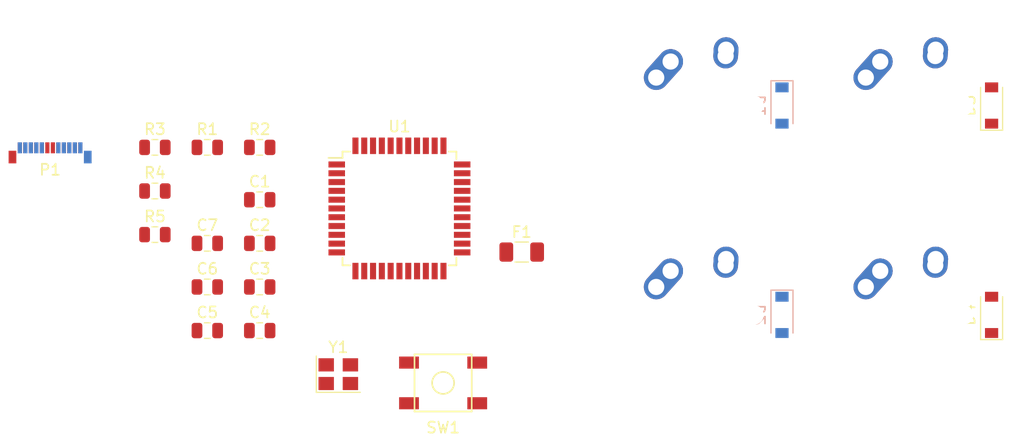
<source format=kicad_pcb>
(kicad_pcb (version 20171130) (host pcbnew "(5.1.4)-1")

  (general
    (thickness 1.6)
    (drawings 0)
    (tracks 0)
    (zones 0)
    (modules 25)
    (nets 55)
  )

  (page A4)
  (layers
    (0 F.Cu signal)
    (31 B.Cu signal)
    (32 B.Adhes user)
    (33 F.Adhes user)
    (34 B.Paste user)
    (35 F.Paste user)
    (36 B.SilkS user)
    (37 F.SilkS user)
    (38 B.Mask user)
    (39 F.Mask user)
    (40 Dwgs.User user)
    (41 Cmts.User user)
    (42 Eco1.User user)
    (43 Eco2.User user)
    (44 Edge.Cuts user)
    (45 Margin user)
    (46 B.CrtYd user)
    (47 F.CrtYd user)
    (48 B.Fab user)
    (49 F.Fab user)
  )

  (setup
    (last_trace_width 0.25)
    (trace_clearance 0.2)
    (zone_clearance 0.508)
    (zone_45_only no)
    (trace_min 0.2)
    (via_size 0.8)
    (via_drill 0.4)
    (via_min_size 0.4)
    (via_min_drill 0.3)
    (uvia_size 0.3)
    (uvia_drill 0.1)
    (uvias_allowed no)
    (uvia_min_size 0.2)
    (uvia_min_drill 0.1)
    (edge_width 0.05)
    (segment_width 0.2)
    (pcb_text_width 0.3)
    (pcb_text_size 1.5 1.5)
    (mod_edge_width 0.12)
    (mod_text_size 1 1)
    (mod_text_width 0.15)
    (pad_size 1.524 1.524)
    (pad_drill 0.762)
    (pad_to_mask_clearance 0.051)
    (solder_mask_min_width 0.25)
    (aux_axis_origin 0 0)
    (visible_elements FFFFFF7F)
    (pcbplotparams
      (layerselection 0x010fc_ffffffff)
      (usegerberextensions false)
      (usegerberattributes false)
      (usegerberadvancedattributes false)
      (creategerberjobfile false)
      (excludeedgelayer true)
      (linewidth 0.100000)
      (plotframeref false)
      (viasonmask false)
      (mode 1)
      (useauxorigin false)
      (hpglpennumber 1)
      (hpglpenspeed 20)
      (hpglpendiameter 15.000000)
      (psnegative false)
      (psa4output false)
      (plotreference true)
      (plotvalue true)
      (plotinvisibletext false)
      (padsonsilk false)
      (subtractmaskfromsilk false)
      (outputformat 1)
      (mirror false)
      (drillshape 1)
      (scaleselection 1)
      (outputdirectory ""))
  )

  (net 0 "")
  (net 1 GND)
  (net 2 +5V)
  (net 3 "Net-(C3-Pad1)")
  (net 4 "Net-(C4-Pad1)")
  (net 5 "Net-(C7-Pad1)")
  (net 6 "Net-(D1-Pad2)")
  (net 7 ROW0)
  (net 8 "Net-(D2-Pad2)")
  (net 9 ROW1)
  (net 10 "Net-(D3-Pad2)")
  (net 11 "Net-(D4-Pad2)")
  (net 12 VCC)
  (net 13 COL0)
  (net 14 COL1)
  (net 15 "Net-(P1-PadB11)")
  (net 16 "Net-(P1-PadB10)")
  (net 17 "Net-(P1-PadB8)")
  (net 18 "Net-(P1-PadB5)")
  (net 19 "Net-(P1-PadB3)")
  (net 20 "Net-(P1-PadB2)")
  (net 21 "Net-(P1-PadA11)")
  (net 22 "Net-(P1-PadA10)")
  (net 23 "Net-(P1-PadA8)")
  (net 24 D-)
  (net 25 D+)
  (net 26 "Net-(P1-PadA5)")
  (net 27 "Net-(P1-PadA3)")
  (net 28 "Net-(P1-PadA2)")
  (net 29 "Net-(R1-Pad1)")
  (net 30 "Net-(R2-Pad1)")
  (net 31 "Net-(R3-Pad2)")
  (net 32 "Net-(R4-Pad2)")
  (net 33 "Net-(U1-Pad42)")
  (net 34 "Net-(U1-Pad41)")
  (net 35 "Net-(U1-Pad40)")
  (net 36 "Net-(U1-Pad39)")
  (net 37 "Net-(U1-Pad38)")
  (net 38 "Net-(U1-Pad37)")
  (net 39 "Net-(U1-Pad36)")
  (net 40 "Net-(U1-Pad32)")
  (net 41 "Net-(U1-Pad31)")
  (net 42 "Net-(U1-Pad26)")
  (net 43 "Net-(U1-Pad25)")
  (net 44 "Net-(U1-Pad22)")
  (net 45 "Net-(U1-Pad21)")
  (net 46 "Net-(U1-Pad20)")
  (net 47 "Net-(U1-Pad19)")
  (net 48 "Net-(U1-Pad18)")
  (net 49 "Net-(U1-Pad12)")
  (net 50 "Net-(U1-Pad11)")
  (net 51 "Net-(U1-Pad10)")
  (net 52 "Net-(U1-Pad9)")
  (net 53 "Net-(U1-Pad8)")
  (net 54 "Net-(U1-Pad1)")

  (net_class Default "This is the default net class."
    (clearance 0.2)
    (trace_width 0.25)
    (via_dia 0.8)
    (via_drill 0.4)
    (uvia_dia 0.3)
    (uvia_drill 0.1)
    (add_net +5V)
    (add_net COL0)
    (add_net COL1)
    (add_net D+)
    (add_net D-)
    (add_net GND)
    (add_net "Net-(C3-Pad1)")
    (add_net "Net-(C4-Pad1)")
    (add_net "Net-(C7-Pad1)")
    (add_net "Net-(D1-Pad2)")
    (add_net "Net-(D2-Pad2)")
    (add_net "Net-(D3-Pad2)")
    (add_net "Net-(D4-Pad2)")
    (add_net "Net-(P1-PadA10)")
    (add_net "Net-(P1-PadA11)")
    (add_net "Net-(P1-PadA2)")
    (add_net "Net-(P1-PadA3)")
    (add_net "Net-(P1-PadA5)")
    (add_net "Net-(P1-PadA8)")
    (add_net "Net-(P1-PadB10)")
    (add_net "Net-(P1-PadB11)")
    (add_net "Net-(P1-PadB2)")
    (add_net "Net-(P1-PadB3)")
    (add_net "Net-(P1-PadB5)")
    (add_net "Net-(P1-PadB8)")
    (add_net "Net-(R1-Pad1)")
    (add_net "Net-(R2-Pad1)")
    (add_net "Net-(R3-Pad2)")
    (add_net "Net-(R4-Pad2)")
    (add_net "Net-(U1-Pad1)")
    (add_net "Net-(U1-Pad10)")
    (add_net "Net-(U1-Pad11)")
    (add_net "Net-(U1-Pad12)")
    (add_net "Net-(U1-Pad18)")
    (add_net "Net-(U1-Pad19)")
    (add_net "Net-(U1-Pad20)")
    (add_net "Net-(U1-Pad21)")
    (add_net "Net-(U1-Pad22)")
    (add_net "Net-(U1-Pad25)")
    (add_net "Net-(U1-Pad26)")
    (add_net "Net-(U1-Pad31)")
    (add_net "Net-(U1-Pad32)")
    (add_net "Net-(U1-Pad36)")
    (add_net "Net-(U1-Pad37)")
    (add_net "Net-(U1-Pad38)")
    (add_net "Net-(U1-Pad39)")
    (add_net "Net-(U1-Pad40)")
    (add_net "Net-(U1-Pad41)")
    (add_net "Net-(U1-Pad42)")
    (add_net "Net-(U1-Pad8)")
    (add_net "Net-(U1-Pad9)")
    (add_net ROW0)
    (add_net ROW1)
    (add_net VCC)
  )

  (module Crystal:Crystal_SMD_3225-4Pin_3.2x2.5mm (layer F.Cu) (tedit 5A0FD1B2) (tstamp 5FDB26B3)
    (at 128.5875 134.9375)
    (descr "SMD Crystal SERIES SMD3225/4 http://www.txccrystal.com/images/pdf/7m-accuracy.pdf, 3.2x2.5mm^2 package")
    (tags "SMD SMT crystal")
    (path /5FDC7E5C)
    (attr smd)
    (fp_text reference Y1 (at 0 -2.45) (layer F.SilkS)
      (effects (font (size 1 1) (thickness 0.15)))
    )
    (fp_text value Crystal_GND24_Small (at 0 2.45) (layer F.Fab)
      (effects (font (size 1 1) (thickness 0.15)))
    )
    (fp_line (start 2.1 -1.7) (end -2.1 -1.7) (layer F.CrtYd) (width 0.05))
    (fp_line (start 2.1 1.7) (end 2.1 -1.7) (layer F.CrtYd) (width 0.05))
    (fp_line (start -2.1 1.7) (end 2.1 1.7) (layer F.CrtYd) (width 0.05))
    (fp_line (start -2.1 -1.7) (end -2.1 1.7) (layer F.CrtYd) (width 0.05))
    (fp_line (start -2 1.65) (end 2 1.65) (layer F.SilkS) (width 0.12))
    (fp_line (start -2 -1.65) (end -2 1.65) (layer F.SilkS) (width 0.12))
    (fp_line (start -1.6 0.25) (end -0.6 1.25) (layer F.Fab) (width 0.1))
    (fp_line (start 1.6 -1.25) (end -1.6 -1.25) (layer F.Fab) (width 0.1))
    (fp_line (start 1.6 1.25) (end 1.6 -1.25) (layer F.Fab) (width 0.1))
    (fp_line (start -1.6 1.25) (end 1.6 1.25) (layer F.Fab) (width 0.1))
    (fp_line (start -1.6 -1.25) (end -1.6 1.25) (layer F.Fab) (width 0.1))
    (fp_text user %R (at 0 0) (layer F.Fab)
      (effects (font (size 0.7 0.7) (thickness 0.105)))
    )
    (pad 4 smd rect (at -1.1 -0.85) (size 1.4 1.2) (layers F.Cu F.Paste F.Mask)
      (net 1 GND))
    (pad 3 smd rect (at 1.1 -0.85) (size 1.4 1.2) (layers F.Cu F.Paste F.Mask)
      (net 4 "Net-(C4-Pad1)"))
    (pad 2 smd rect (at 1.1 0.85) (size 1.4 1.2) (layers F.Cu F.Paste F.Mask)
      (net 1 GND))
    (pad 1 smd rect (at -1.1 0.85) (size 1.4 1.2) (layers F.Cu F.Paste F.Mask)
      (net 3 "Net-(C3-Pad1)"))
    (model ${KISYS3DMOD}/Crystal.3dshapes/Crystal_SMD_3225-4Pin_3.2x2.5mm.wrl
      (at (xyz 0 0 0))
      (scale (xyz 1 1 1))
      (rotate (xyz 0 0 0))
    )
  )

  (module Package_QFP:TQFP-44_10x10mm_P0.8mm (layer F.Cu) (tedit 5A02F146) (tstamp 5FDB269F)
    (at 134.14375 119.85625)
    (descr "44-Lead Plastic Thin Quad Flatpack (PT) - 10x10x1.0 mm Body [TQFP] (see Microchip Packaging Specification 00000049BS.pdf)")
    (tags "QFP 0.8")
    (path /5FDAAE89)
    (attr smd)
    (fp_text reference U1 (at 0 -7.45) (layer F.SilkS)
      (effects (font (size 1 1) (thickness 0.15)))
    )
    (fp_text value ATmega32U4-AU (at 0 7.45) (layer F.Fab)
      (effects (font (size 1 1) (thickness 0.15)))
    )
    (fp_line (start -5.175 -4.6) (end -6.45 -4.6) (layer F.SilkS) (width 0.15))
    (fp_line (start 5.175 -5.175) (end 4.5 -5.175) (layer F.SilkS) (width 0.15))
    (fp_line (start 5.175 5.175) (end 4.5 5.175) (layer F.SilkS) (width 0.15))
    (fp_line (start -5.175 5.175) (end -4.5 5.175) (layer F.SilkS) (width 0.15))
    (fp_line (start -5.175 -5.175) (end -4.5 -5.175) (layer F.SilkS) (width 0.15))
    (fp_line (start -5.175 5.175) (end -5.175 4.5) (layer F.SilkS) (width 0.15))
    (fp_line (start 5.175 5.175) (end 5.175 4.5) (layer F.SilkS) (width 0.15))
    (fp_line (start 5.175 -5.175) (end 5.175 -4.5) (layer F.SilkS) (width 0.15))
    (fp_line (start -5.175 -5.175) (end -5.175 -4.6) (layer F.SilkS) (width 0.15))
    (fp_line (start -6.7 6.7) (end 6.7 6.7) (layer F.CrtYd) (width 0.05))
    (fp_line (start -6.7 -6.7) (end 6.7 -6.7) (layer F.CrtYd) (width 0.05))
    (fp_line (start 6.7 -6.7) (end 6.7 6.7) (layer F.CrtYd) (width 0.05))
    (fp_line (start -6.7 -6.7) (end -6.7 6.7) (layer F.CrtYd) (width 0.05))
    (fp_line (start -5 -4) (end -4 -5) (layer F.Fab) (width 0.15))
    (fp_line (start -5 5) (end -5 -4) (layer F.Fab) (width 0.15))
    (fp_line (start 5 5) (end -5 5) (layer F.Fab) (width 0.15))
    (fp_line (start 5 -5) (end 5 5) (layer F.Fab) (width 0.15))
    (fp_line (start -4 -5) (end 5 -5) (layer F.Fab) (width 0.15))
    (fp_text user %R (at 0 0) (layer F.Fab)
      (effects (font (size 1 1) (thickness 0.15)))
    )
    (pad 44 smd rect (at -4 -5.7 90) (size 1.5 0.55) (layers F.Cu F.Paste F.Mask)
      (net 2 +5V))
    (pad 43 smd rect (at -3.2 -5.7 90) (size 1.5 0.55) (layers F.Cu F.Paste F.Mask)
      (net 1 GND))
    (pad 42 smd rect (at -2.4 -5.7 90) (size 1.5 0.55) (layers F.Cu F.Paste F.Mask)
      (net 33 "Net-(U1-Pad42)"))
    (pad 41 smd rect (at -1.6 -5.7 90) (size 1.5 0.55) (layers F.Cu F.Paste F.Mask)
      (net 34 "Net-(U1-Pad41)"))
    (pad 40 smd rect (at -0.8 -5.7 90) (size 1.5 0.55) (layers F.Cu F.Paste F.Mask)
      (net 35 "Net-(U1-Pad40)"))
    (pad 39 smd rect (at 0 -5.7 90) (size 1.5 0.55) (layers F.Cu F.Paste F.Mask)
      (net 36 "Net-(U1-Pad39)"))
    (pad 38 smd rect (at 0.8 -5.7 90) (size 1.5 0.55) (layers F.Cu F.Paste F.Mask)
      (net 37 "Net-(U1-Pad38)"))
    (pad 37 smd rect (at 1.6 -5.7 90) (size 1.5 0.55) (layers F.Cu F.Paste F.Mask)
      (net 38 "Net-(U1-Pad37)"))
    (pad 36 smd rect (at 2.4 -5.7 90) (size 1.5 0.55) (layers F.Cu F.Paste F.Mask)
      (net 39 "Net-(U1-Pad36)"))
    (pad 35 smd rect (at 3.2 -5.7 90) (size 1.5 0.55) (layers F.Cu F.Paste F.Mask)
      (net 1 GND))
    (pad 34 smd rect (at 4 -5.7 90) (size 1.5 0.55) (layers F.Cu F.Paste F.Mask)
      (net 2 +5V))
    (pad 33 smd rect (at 5.7 -4) (size 1.5 0.55) (layers F.Cu F.Paste F.Mask)
      (net 32 "Net-(R4-Pad2)"))
    (pad 32 smd rect (at 5.7 -3.2) (size 1.5 0.55) (layers F.Cu F.Paste F.Mask)
      (net 40 "Net-(U1-Pad32)"))
    (pad 31 smd rect (at 5.7 -2.4) (size 1.5 0.55) (layers F.Cu F.Paste F.Mask)
      (net 41 "Net-(U1-Pad31)"))
    (pad 30 smd rect (at 5.7 -1.6) (size 1.5 0.55) (layers F.Cu F.Paste F.Mask)
      (net 9 ROW1))
    (pad 29 smd rect (at 5.7 -0.8) (size 1.5 0.55) (layers F.Cu F.Paste F.Mask)
      (net 9 ROW1))
    (pad 28 smd rect (at 5.7 0) (size 1.5 0.55) (layers F.Cu F.Paste F.Mask)
      (net 7 ROW0))
    (pad 27 smd rect (at 5.7 0.8) (size 1.5 0.55) (layers F.Cu F.Paste F.Mask)
      (net 7 ROW0))
    (pad 26 smd rect (at 5.7 1.6) (size 1.5 0.55) (layers F.Cu F.Paste F.Mask)
      (net 42 "Net-(U1-Pad26)"))
    (pad 25 smd rect (at 5.7 2.4) (size 1.5 0.55) (layers F.Cu F.Paste F.Mask)
      (net 43 "Net-(U1-Pad25)"))
    (pad 24 smd rect (at 5.7 3.2) (size 1.5 0.55) (layers F.Cu F.Paste F.Mask)
      (net 2 +5V))
    (pad 23 smd rect (at 5.7 4) (size 1.5 0.55) (layers F.Cu F.Paste F.Mask)
      (net 1 GND))
    (pad 22 smd rect (at 4 5.7 90) (size 1.5 0.55) (layers F.Cu F.Paste F.Mask)
      (net 44 "Net-(U1-Pad22)"))
    (pad 21 smd rect (at 3.2 5.7 90) (size 1.5 0.55) (layers F.Cu F.Paste F.Mask)
      (net 45 "Net-(U1-Pad21)"))
    (pad 20 smd rect (at 2.4 5.7 90) (size 1.5 0.55) (layers F.Cu F.Paste F.Mask)
      (net 46 "Net-(U1-Pad20)"))
    (pad 19 smd rect (at 1.6 5.7 90) (size 1.5 0.55) (layers F.Cu F.Paste F.Mask)
      (net 47 "Net-(U1-Pad19)"))
    (pad 18 smd rect (at 0.8 5.7 90) (size 1.5 0.55) (layers F.Cu F.Paste F.Mask)
      (net 48 "Net-(U1-Pad18)"))
    (pad 17 smd rect (at 0 5.7 90) (size 1.5 0.55) (layers F.Cu F.Paste F.Mask)
      (net 3 "Net-(C3-Pad1)"))
    (pad 16 smd rect (at -0.8 5.7 90) (size 1.5 0.55) (layers F.Cu F.Paste F.Mask)
      (net 4 "Net-(C4-Pad1)"))
    (pad 15 smd rect (at -1.6 5.7 90) (size 1.5 0.55) (layers F.Cu F.Paste F.Mask)
      (net 1 GND))
    (pad 14 smd rect (at -2.4 5.7 90) (size 1.5 0.55) (layers F.Cu F.Paste F.Mask)
      (net 2 +5V))
    (pad 13 smd rect (at -3.2 5.7 90) (size 1.5 0.55) (layers F.Cu F.Paste F.Mask)
      (net 31 "Net-(R3-Pad2)"))
    (pad 12 smd rect (at -4 5.7 90) (size 1.5 0.55) (layers F.Cu F.Paste F.Mask)
      (net 49 "Net-(U1-Pad12)"))
    (pad 11 smd rect (at -5.7 4) (size 1.5 0.55) (layers F.Cu F.Paste F.Mask)
      (net 50 "Net-(U1-Pad11)"))
    (pad 10 smd rect (at -5.7 3.2) (size 1.5 0.55) (layers F.Cu F.Paste F.Mask)
      (net 51 "Net-(U1-Pad10)"))
    (pad 9 smd rect (at -5.7 2.4) (size 1.5 0.55) (layers F.Cu F.Paste F.Mask)
      (net 52 "Net-(U1-Pad9)"))
    (pad 8 smd rect (at -5.7 1.6) (size 1.5 0.55) (layers F.Cu F.Paste F.Mask)
      (net 53 "Net-(U1-Pad8)"))
    (pad 7 smd rect (at -5.7 0.8) (size 1.5 0.55) (layers F.Cu F.Paste F.Mask)
      (net 2 +5V))
    (pad 6 smd rect (at -5.7 0) (size 1.5 0.55) (layers F.Cu F.Paste F.Mask)
      (net 5 "Net-(C7-Pad1)"))
    (pad 5 smd rect (at -5.7 -0.8) (size 1.5 0.55) (layers F.Cu F.Paste F.Mask)
      (net 1 GND))
    (pad 4 smd rect (at -5.7 -1.6) (size 1.5 0.55) (layers F.Cu F.Paste F.Mask)
      (net 30 "Net-(R2-Pad1)"))
    (pad 3 smd rect (at -5.7 -2.4) (size 1.5 0.55) (layers F.Cu F.Paste F.Mask)
      (net 29 "Net-(R1-Pad1)"))
    (pad 2 smd rect (at -5.7 -3.2) (size 1.5 0.55) (layers F.Cu F.Paste F.Mask)
      (net 2 +5V))
    (pad 1 smd rect (at -5.7 -4) (size 1.5 0.55) (layers F.Cu F.Paste F.Mask)
      (net 54 "Net-(U1-Pad1)"))
    (model ${KISYS3DMOD}/Package_QFP.3dshapes/TQFP-44_10x10mm_P0.8mm.wrl
      (at (xyz 0 0 0))
      (scale (xyz 1 1 1))
      (rotate (xyz 0 0 0))
    )
  )

  (module random-keyboard-parts:SKQG-1155865 (layer F.Cu) (tedit 5E62B398) (tstamp 5FDB265C)
    (at 138.1125 135.73125)
    (path /5FDD2EAA)
    (attr smd)
    (fp_text reference SW1 (at 0 4.064) (layer F.SilkS)
      (effects (font (size 1 1) (thickness 0.15)))
    )
    (fp_text value SW_Push (at 0 -4.064) (layer F.Fab)
      (effects (font (size 1 1) (thickness 0.15)))
    )
    (fp_line (start -2.6 -2.6) (end 2.6 -2.6) (layer F.SilkS) (width 0.15))
    (fp_line (start 2.6 -2.6) (end 2.6 2.6) (layer F.SilkS) (width 0.15))
    (fp_line (start 2.6 2.6) (end -2.6 2.6) (layer F.SilkS) (width 0.15))
    (fp_line (start -2.6 2.6) (end -2.6 -2.6) (layer F.SilkS) (width 0.15))
    (fp_circle (center 0 0) (end 1 0) (layer F.SilkS) (width 0.15))
    (fp_line (start -4.2 -2.6) (end 4.2 -2.6) (layer F.Fab) (width 0.15))
    (fp_line (start 4.2 -2.6) (end 4.2 -1.2) (layer F.Fab) (width 0.15))
    (fp_line (start 4.2 -1.1) (end 2.6 -1.1) (layer F.Fab) (width 0.15))
    (fp_line (start 2.6 -1.1) (end 2.6 1.1) (layer F.Fab) (width 0.15))
    (fp_line (start 2.6 1.1) (end 4.2 1.1) (layer F.Fab) (width 0.15))
    (fp_line (start 4.2 1.1) (end 4.2 2.6) (layer F.Fab) (width 0.15))
    (fp_line (start 4.2 2.6) (end -4.2 2.6) (layer F.Fab) (width 0.15))
    (fp_line (start -4.2 2.6) (end -4.2 1.1) (layer F.Fab) (width 0.15))
    (fp_line (start -4.2 1.1) (end -2.6 1.1) (layer F.Fab) (width 0.15))
    (fp_line (start -2.6 1.1) (end -2.6 -1.1) (layer F.Fab) (width 0.15))
    (fp_line (start -2.6 -1.1) (end -4.2 -1.1) (layer F.Fab) (width 0.15))
    (fp_line (start -4.2 -1.1) (end -4.2 -2.6) (layer F.Fab) (width 0.15))
    (fp_circle (center 0 0) (end 1 0) (layer F.Fab) (width 0.15))
    (fp_line (start -2.6 -1.1) (end -1.1 -2.6) (layer F.Fab) (width 0.15))
    (fp_line (start 2.6 -1.1) (end 1.1 -2.6) (layer F.Fab) (width 0.15))
    (fp_line (start 2.6 1.1) (end 1.1 2.6) (layer F.Fab) (width 0.15))
    (fp_line (start -2.6 1.1) (end -1.1 2.6) (layer F.Fab) (width 0.15))
    (pad 4 smd rect (at -3.1 1.85) (size 1.8 1.1) (layers F.Cu F.Paste F.Mask))
    (pad 3 smd rect (at 3.1 -1.85) (size 1.8 1.1) (layers F.Cu F.Paste F.Mask))
    (pad 2 smd rect (at -3.1 -1.85) (size 1.8 1.1) (layers F.Cu F.Paste F.Mask)
      (net 31 "Net-(R3-Pad2)"))
    (pad 1 smd rect (at 3.1 1.85) (size 1.8 1.1) (layers F.Cu F.Paste F.Mask)
      (net 1 GND))
    (model ${KISYS3DMOD}/Button_Switch_SMD.3dshapes/SW_SPST_TL3342.step
      (at (xyz 0 0 0))
      (scale (xyz 1 1 1))
      (rotate (xyz 0 0 0))
    )
  )

  (module Resistor_SMD:R_0805_2012Metric (layer F.Cu) (tedit 5B36C52B) (tstamp 5FDB263E)
    (at 111.91875 122.2375)
    (descr "Resistor SMD 0805 (2012 Metric), square (rectangular) end terminal, IPC_7351 nominal, (Body size source: https://docs.google.com/spreadsheets/d/1BsfQQcO9C6DZCsRaXUlFlo91Tg2WpOkGARC1WS5S8t0/edit?usp=sharing), generated with kicad-footprint-generator")
    (tags resistor)
    (path /5FDE7401)
    (attr smd)
    (fp_text reference R5 (at 0 -1.65) (layer F.SilkS)
      (effects (font (size 1 1) (thickness 0.15)))
    )
    (fp_text value 10k (at 0 1.65) (layer F.Fab)
      (effects (font (size 1 1) (thickness 0.15)))
    )
    (fp_text user %R (at 0 0) (layer F.Fab)
      (effects (font (size 0.5 0.5) (thickness 0.08)))
    )
    (fp_line (start 1.68 0.95) (end -1.68 0.95) (layer F.CrtYd) (width 0.05))
    (fp_line (start 1.68 -0.95) (end 1.68 0.95) (layer F.CrtYd) (width 0.05))
    (fp_line (start -1.68 -0.95) (end 1.68 -0.95) (layer F.CrtYd) (width 0.05))
    (fp_line (start -1.68 0.95) (end -1.68 -0.95) (layer F.CrtYd) (width 0.05))
    (fp_line (start -0.258578 0.71) (end 0.258578 0.71) (layer F.SilkS) (width 0.12))
    (fp_line (start -0.258578 -0.71) (end 0.258578 -0.71) (layer F.SilkS) (width 0.12))
    (fp_line (start 1 0.6) (end -1 0.6) (layer F.Fab) (width 0.1))
    (fp_line (start 1 -0.6) (end 1 0.6) (layer F.Fab) (width 0.1))
    (fp_line (start -1 -0.6) (end 1 -0.6) (layer F.Fab) (width 0.1))
    (fp_line (start -1 0.6) (end -1 -0.6) (layer F.Fab) (width 0.1))
    (pad 2 smd roundrect (at 0.9375 0) (size 0.975 1.4) (layers F.Cu F.Paste F.Mask) (roundrect_rratio 0.25)
      (net 26 "Net-(P1-PadA5)"))
    (pad 1 smd roundrect (at -0.9375 0) (size 0.975 1.4) (layers F.Cu F.Paste F.Mask) (roundrect_rratio 0.25)
      (net 1 GND))
    (model ${KISYS3DMOD}/Resistor_SMD.3dshapes/R_0805_2012Metric.wrl
      (at (xyz 0 0 0))
      (scale (xyz 1 1 1))
      (rotate (xyz 0 0 0))
    )
  )

  (module Resistor_SMD:R_0805_2012Metric (layer F.Cu) (tedit 5B36C52B) (tstamp 5FDB262D)
    (at 111.91875 118.26875)
    (descr "Resistor SMD 0805 (2012 Metric), square (rectangular) end terminal, IPC_7351 nominal, (Body size source: https://docs.google.com/spreadsheets/d/1BsfQQcO9C6DZCsRaXUlFlo91Tg2WpOkGARC1WS5S8t0/edit?usp=sharing), generated with kicad-footprint-generator")
    (tags resistor)
    (path /5FDB7CCD)
    (attr smd)
    (fp_text reference R4 (at 0 -1.65) (layer F.SilkS)
      (effects (font (size 1 1) (thickness 0.15)))
    )
    (fp_text value 10k (at 0 1.65) (layer F.Fab)
      (effects (font (size 1 1) (thickness 0.15)))
    )
    (fp_text user %R (at 0 0) (layer F.Fab)
      (effects (font (size 0.5 0.5) (thickness 0.08)))
    )
    (fp_line (start 1.68 0.95) (end -1.68 0.95) (layer F.CrtYd) (width 0.05))
    (fp_line (start 1.68 -0.95) (end 1.68 0.95) (layer F.CrtYd) (width 0.05))
    (fp_line (start -1.68 -0.95) (end 1.68 -0.95) (layer F.CrtYd) (width 0.05))
    (fp_line (start -1.68 0.95) (end -1.68 -0.95) (layer F.CrtYd) (width 0.05))
    (fp_line (start -0.258578 0.71) (end 0.258578 0.71) (layer F.SilkS) (width 0.12))
    (fp_line (start -0.258578 -0.71) (end 0.258578 -0.71) (layer F.SilkS) (width 0.12))
    (fp_line (start 1 0.6) (end -1 0.6) (layer F.Fab) (width 0.1))
    (fp_line (start 1 -0.6) (end 1 0.6) (layer F.Fab) (width 0.1))
    (fp_line (start -1 -0.6) (end 1 -0.6) (layer F.Fab) (width 0.1))
    (fp_line (start -1 0.6) (end -1 -0.6) (layer F.Fab) (width 0.1))
    (pad 2 smd roundrect (at 0.9375 0) (size 0.975 1.4) (layers F.Cu F.Paste F.Mask) (roundrect_rratio 0.25)
      (net 32 "Net-(R4-Pad2)"))
    (pad 1 smd roundrect (at -0.9375 0) (size 0.975 1.4) (layers F.Cu F.Paste F.Mask) (roundrect_rratio 0.25)
      (net 1 GND))
    (model ${KISYS3DMOD}/Resistor_SMD.3dshapes/R_0805_2012Metric.wrl
      (at (xyz 0 0 0))
      (scale (xyz 1 1 1))
      (rotate (xyz 0 0 0))
    )
  )

  (module Resistor_SMD:R_0805_2012Metric (layer F.Cu) (tedit 5B36C52B) (tstamp 5FDB261C)
    (at 111.91875 114.3)
    (descr "Resistor SMD 0805 (2012 Metric), square (rectangular) end terminal, IPC_7351 nominal, (Body size source: https://docs.google.com/spreadsheets/d/1BsfQQcO9C6DZCsRaXUlFlo91Tg2WpOkGARC1WS5S8t0/edit?usp=sharing), generated with kicad-footprint-generator")
    (tags resistor)
    (path /5FDD54D4)
    (attr smd)
    (fp_text reference R3 (at 0 -1.65) (layer F.SilkS)
      (effects (font (size 1 1) (thickness 0.15)))
    )
    (fp_text value 10k (at 0 1.65) (layer F.Fab)
      (effects (font (size 1 1) (thickness 0.15)))
    )
    (fp_text user %R (at 0 0) (layer F.Fab)
      (effects (font (size 0.5 0.5) (thickness 0.08)))
    )
    (fp_line (start 1.68 0.95) (end -1.68 0.95) (layer F.CrtYd) (width 0.05))
    (fp_line (start 1.68 -0.95) (end 1.68 0.95) (layer F.CrtYd) (width 0.05))
    (fp_line (start -1.68 -0.95) (end 1.68 -0.95) (layer F.CrtYd) (width 0.05))
    (fp_line (start -1.68 0.95) (end -1.68 -0.95) (layer F.CrtYd) (width 0.05))
    (fp_line (start -0.258578 0.71) (end 0.258578 0.71) (layer F.SilkS) (width 0.12))
    (fp_line (start -0.258578 -0.71) (end 0.258578 -0.71) (layer F.SilkS) (width 0.12))
    (fp_line (start 1 0.6) (end -1 0.6) (layer F.Fab) (width 0.1))
    (fp_line (start 1 -0.6) (end 1 0.6) (layer F.Fab) (width 0.1))
    (fp_line (start -1 -0.6) (end 1 -0.6) (layer F.Fab) (width 0.1))
    (fp_line (start -1 0.6) (end -1 -0.6) (layer F.Fab) (width 0.1))
    (pad 2 smd roundrect (at 0.9375 0) (size 0.975 1.4) (layers F.Cu F.Paste F.Mask) (roundrect_rratio 0.25)
      (net 31 "Net-(R3-Pad2)"))
    (pad 1 smd roundrect (at -0.9375 0) (size 0.975 1.4) (layers F.Cu F.Paste F.Mask) (roundrect_rratio 0.25)
      (net 2 +5V))
    (model ${KISYS3DMOD}/Resistor_SMD.3dshapes/R_0805_2012Metric.wrl
      (at (xyz 0 0 0))
      (scale (xyz 1 1 1))
      (rotate (xyz 0 0 0))
    )
  )

  (module Resistor_SMD:R_0805_2012Metric (layer F.Cu) (tedit 5B36C52B) (tstamp 5FDB260B)
    (at 121.44375 114.3)
    (descr "Resistor SMD 0805 (2012 Metric), square (rectangular) end terminal, IPC_7351 nominal, (Body size source: https://docs.google.com/spreadsheets/d/1BsfQQcO9C6DZCsRaXUlFlo91Tg2WpOkGARC1WS5S8t0/edit?usp=sharing), generated with kicad-footprint-generator")
    (tags resistor)
    (path /5FDBBE27)
    (attr smd)
    (fp_text reference R2 (at 0 -1.65) (layer F.SilkS)
      (effects (font (size 1 1) (thickness 0.15)))
    )
    (fp_text value 22 (at 0 1.65) (layer F.Fab)
      (effects (font (size 1 1) (thickness 0.15)))
    )
    (fp_text user %R (at 0 0) (layer F.Fab)
      (effects (font (size 0.5 0.5) (thickness 0.08)))
    )
    (fp_line (start 1.68 0.95) (end -1.68 0.95) (layer F.CrtYd) (width 0.05))
    (fp_line (start 1.68 -0.95) (end 1.68 0.95) (layer F.CrtYd) (width 0.05))
    (fp_line (start -1.68 -0.95) (end 1.68 -0.95) (layer F.CrtYd) (width 0.05))
    (fp_line (start -1.68 0.95) (end -1.68 -0.95) (layer F.CrtYd) (width 0.05))
    (fp_line (start -0.258578 0.71) (end 0.258578 0.71) (layer F.SilkS) (width 0.12))
    (fp_line (start -0.258578 -0.71) (end 0.258578 -0.71) (layer F.SilkS) (width 0.12))
    (fp_line (start 1 0.6) (end -1 0.6) (layer F.Fab) (width 0.1))
    (fp_line (start 1 -0.6) (end 1 0.6) (layer F.Fab) (width 0.1))
    (fp_line (start -1 -0.6) (end 1 -0.6) (layer F.Fab) (width 0.1))
    (fp_line (start -1 0.6) (end -1 -0.6) (layer F.Fab) (width 0.1))
    (pad 2 smd roundrect (at 0.9375 0) (size 0.975 1.4) (layers F.Cu F.Paste F.Mask) (roundrect_rratio 0.25)
      (net 25 D+))
    (pad 1 smd roundrect (at -0.9375 0) (size 0.975 1.4) (layers F.Cu F.Paste F.Mask) (roundrect_rratio 0.25)
      (net 30 "Net-(R2-Pad1)"))
    (model ${KISYS3DMOD}/Resistor_SMD.3dshapes/R_0805_2012Metric.wrl
      (at (xyz 0 0 0))
      (scale (xyz 1 1 1))
      (rotate (xyz 0 0 0))
    )
  )

  (module Resistor_SMD:R_0805_2012Metric (layer F.Cu) (tedit 5B36C52B) (tstamp 5FDB25FA)
    (at 116.68125 114.3)
    (descr "Resistor SMD 0805 (2012 Metric), square (rectangular) end terminal, IPC_7351 nominal, (Body size source: https://docs.google.com/spreadsheets/d/1BsfQQcO9C6DZCsRaXUlFlo91Tg2WpOkGARC1WS5S8t0/edit?usp=sharing), generated with kicad-footprint-generator")
    (tags resistor)
    (path /5FDBC487)
    (attr smd)
    (fp_text reference R1 (at 0 -1.65) (layer F.SilkS)
      (effects (font (size 1 1) (thickness 0.15)))
    )
    (fp_text value 22 (at 0 1.65) (layer F.Fab)
      (effects (font (size 1 1) (thickness 0.15)))
    )
    (fp_text user %R (at 0 0) (layer F.Fab)
      (effects (font (size 0.5 0.5) (thickness 0.08)))
    )
    (fp_line (start 1.68 0.95) (end -1.68 0.95) (layer F.CrtYd) (width 0.05))
    (fp_line (start 1.68 -0.95) (end 1.68 0.95) (layer F.CrtYd) (width 0.05))
    (fp_line (start -1.68 -0.95) (end 1.68 -0.95) (layer F.CrtYd) (width 0.05))
    (fp_line (start -1.68 0.95) (end -1.68 -0.95) (layer F.CrtYd) (width 0.05))
    (fp_line (start -0.258578 0.71) (end 0.258578 0.71) (layer F.SilkS) (width 0.12))
    (fp_line (start -0.258578 -0.71) (end 0.258578 -0.71) (layer F.SilkS) (width 0.12))
    (fp_line (start 1 0.6) (end -1 0.6) (layer F.Fab) (width 0.1))
    (fp_line (start 1 -0.6) (end 1 0.6) (layer F.Fab) (width 0.1))
    (fp_line (start -1 -0.6) (end 1 -0.6) (layer F.Fab) (width 0.1))
    (fp_line (start -1 0.6) (end -1 -0.6) (layer F.Fab) (width 0.1))
    (pad 2 smd roundrect (at 0.9375 0) (size 0.975 1.4) (layers F.Cu F.Paste F.Mask) (roundrect_rratio 0.25)
      (net 24 D-))
    (pad 1 smd roundrect (at -0.9375 0) (size 0.975 1.4) (layers F.Cu F.Paste F.Mask) (roundrect_rratio 0.25)
      (net 29 "Net-(R1-Pad1)"))
    (model ${KISYS3DMOD}/Resistor_SMD.3dshapes/R_0805_2012Metric.wrl
      (at (xyz 0 0 0))
      (scale (xyz 1 1 1))
      (rotate (xyz 0 0 0))
    )
  )

  (module Connector_USB:USB_C_Plug_Molex_105444 (layer F.Cu) (tedit 5A142044) (tstamp 5FDB25E9)
    (at 102.39375 114.3)
    (descr "Universal Serial Bus (USB) Shielded I/O Plug, Type C, Right Angle, Surface Mount, http://www.molex.com/pdm_docs/sd/1054440001_sd.pdf")
    (tags "USB Type-C Plug Edge Mount")
    (path /5FDDAF89)
    (attr smd)
    (fp_text reference P1 (at 0 2.04) (layer F.SilkS)
      (effects (font (size 1 1) (thickness 0.15)))
    )
    (fp_text value USB_C_Plug (at 0 -1.96) (layer F.Fab)
      (effects (font (size 1 1) (thickness 0.15)))
    )
    (fp_line (start 4.3 1.96) (end -4.3 1.96) (layer F.CrtYd) (width 0.05))
    (fp_line (start 4.3 -1.46) (end -4.3 -1.46) (layer F.CrtYd) (width 0.05))
    (fp_line (start 4.3 1.96) (end 4.3 -1.46) (layer F.CrtYd) (width 0.05))
    (fp_line (start -3.35 0) (end -4.3 0) (layer F.Fab) (width 0.1))
    (fp_arc (start -3.35 -0.3) (end -3.05 -0.3) (angle 90) (layer F.Fab) (width 0.1))
    (fp_line (start -3.05 -0.66) (end -3.05 -0.3) (layer F.Fab) (width 0.1))
    (fp_arc (start 3.35 -0.3) (end 3.35 0) (angle 90) (layer F.Fab) (width 0.1))
    (fp_arc (start -2.75 -0.66) (end -3.05 -0.66) (angle 90) (layer F.Fab) (width 0.1))
    (fp_line (start -2.75 -0.96) (end 2.75 -0.96) (layer F.Fab) (width 0.1))
    (fp_arc (start 2.75 -0.66) (end 2.75 -0.96) (angle 90) (layer F.Fab) (width 0.1))
    (fp_line (start 3.05 -0.66) (end 3.05 -0.3) (layer F.Fab) (width 0.1))
    (fp_line (start 3.35 0) (end 4.3 0) (layer F.Fab) (width 0.1))
    (fp_text user "PCB Edge" (at 0 -0.96) (layer Dwgs.User)
      (effects (font (size 0.5 0.5) (thickness 0.08)))
    )
    (fp_line (start -4.3 1.96) (end -4.3 -1.46) (layer F.CrtYd) (width 0.05))
    (fp_text user %R (at 0 2.04) (layer F.Fab)
      (effects (font (size 1 1) (thickness 0.1)))
    )
    (pad B12 smd rect (at -2.75 0.04) (size 0.38 1) (layers B.Cu B.Paste B.Mask)
      (net 1 GND))
    (pad B11 smd rect (at -2.25 0.04) (size 0.38 1) (layers B.Cu B.Paste B.Mask)
      (net 15 "Net-(P1-PadB11)"))
    (pad B10 smd rect (at -1.75 0.04) (size 0.38 1) (layers B.Cu B.Paste B.Mask)
      (net 16 "Net-(P1-PadB10)"))
    (pad B9 smd rect (at -1.25 0.04) (size 0.38 1) (layers B.Cu B.Paste B.Mask)
      (net 12 VCC))
    (pad B8 smd rect (at -0.75 0.04) (size 0.38 1) (layers B.Cu B.Paste B.Mask)
      (net 17 "Net-(P1-PadB8)"))
    (pad B5 smd rect (at 0.75 0.04) (size 0.38 1) (layers B.Cu B.Paste B.Mask)
      (net 18 "Net-(P1-PadB5)"))
    (pad B4 smd rect (at 1.25 0.04) (size 0.38 1) (layers B.Cu B.Paste B.Mask)
      (net 12 VCC))
    (pad B3 smd rect (at 1.75 0.04) (size 0.38 1) (layers B.Cu B.Paste B.Mask)
      (net 19 "Net-(P1-PadB3)"))
    (pad B2 smd rect (at 2.25 0.04) (size 0.38 1) (layers B.Cu B.Paste B.Mask)
      (net 20 "Net-(P1-PadB2)"))
    (pad B1 smd rect (at 2.75 0.04) (size 0.38 1) (layers B.Cu B.Paste B.Mask)
      (net 1 GND))
    (pad S1 smd rect (at 3.42 0.88) (size 0.7 1.15) (layers B.Cu B.Paste B.Mask)
      (net 1 GND))
    (pad S1 smd rect (at -3.42 0.88) (size 0.7 1.15) (layers F.Cu F.Paste F.Mask)
      (net 1 GND))
    (pad A12 smd rect (at 2.75 0.04) (size 0.38 1) (layers F.Cu F.Paste F.Mask)
      (net 1 GND))
    (pad A11 smd rect (at 2.25 0.04) (size 0.38 1) (layers F.Cu F.Paste F.Mask)
      (net 21 "Net-(P1-PadA11)"))
    (pad A10 smd rect (at 1.75 0.04) (size 0.38 1) (layers F.Cu F.Paste F.Mask)
      (net 22 "Net-(P1-PadA10)"))
    (pad A9 smd rect (at 1.25 0.04) (size 0.38 1) (layers F.Cu F.Paste F.Mask)
      (net 12 VCC))
    (pad A8 smd rect (at 0.75 0.04) (size 0.38 1) (layers F.Cu F.Paste F.Mask)
      (net 23 "Net-(P1-PadA8)"))
    (pad A7 smd rect (at 0.25 0.04) (size 0.38 1) (layers F.Cu F.Paste F.Mask)
      (net 24 D-))
    (pad A6 smd rect (at -0.25 0.04) (size 0.38 1) (layers F.Cu F.Paste F.Mask)
      (net 25 D+))
    (pad A5 smd rect (at -0.75 0.04) (size 0.38 1) (layers F.Cu F.Paste F.Mask)
      (net 26 "Net-(P1-PadA5)"))
    (pad A4 smd rect (at -1.25 0.04) (size 0.38 1) (layers F.Cu F.Paste F.Mask)
      (net 12 VCC))
    (pad A3 smd rect (at -1.75 0.04) (size 0.38 1) (layers F.Cu F.Paste F.Mask)
      (net 27 "Net-(P1-PadA3)"))
    (pad A2 smd rect (at -2.25 0.04) (size 0.38 1) (layers F.Cu F.Paste F.Mask)
      (net 28 "Net-(P1-PadA2)"))
    (pad A1 smd rect (at -2.75 0.04) (size 0.38 1) (layers F.Cu F.Paste F.Mask)
      (net 1 GND))
    (model ${KISYS3DMOD}/Connector_USB.3dshapes/USB_C_Plug_Molex_105444.wrl
      (at (xyz 0 0 0))
      (scale (xyz 1 1 1))
      (rotate (xyz 0 0 0))
    )
  )

  (module MX_Alps_Hybrid:MX-1U-NoLED (layer F.Cu) (tedit 5A9F5203) (tstamp 5FDB25BE)
    (at 180.34 129.54)
    (path /5FDFCE60)
    (fp_text reference MX4 (at 0 3.175) (layer Dwgs.User)
      (effects (font (size 1 1) (thickness 0.15)))
    )
    (fp_text value MX-NoLED (at 0 -7.9375) (layer Dwgs.User)
      (effects (font (size 1 1) (thickness 0.15)))
    )
    (fp_line (start -9.525 9.525) (end -9.525 -9.525) (layer Dwgs.User) (width 0.15))
    (fp_line (start 9.525 9.525) (end -9.525 9.525) (layer Dwgs.User) (width 0.15))
    (fp_line (start 9.525 -9.525) (end 9.525 9.525) (layer Dwgs.User) (width 0.15))
    (fp_line (start -9.525 -9.525) (end 9.525 -9.525) (layer Dwgs.User) (width 0.15))
    (fp_line (start -7 -7) (end -7 -5) (layer Dwgs.User) (width 0.15))
    (fp_line (start -5 -7) (end -7 -7) (layer Dwgs.User) (width 0.15))
    (fp_line (start -7 7) (end -5 7) (layer Dwgs.User) (width 0.15))
    (fp_line (start -7 5) (end -7 7) (layer Dwgs.User) (width 0.15))
    (fp_line (start 7 7) (end 7 5) (layer Dwgs.User) (width 0.15))
    (fp_line (start 5 7) (end 7 7) (layer Dwgs.User) (width 0.15))
    (fp_line (start 7 -7) (end 7 -5) (layer Dwgs.User) (width 0.15))
    (fp_line (start 5 -7) (end 7 -7) (layer Dwgs.User) (width 0.15))
    (pad "" np_thru_hole circle (at 5.08 0 48.0996) (size 1.75 1.75) (drill 1.75) (layers *.Cu *.Mask))
    (pad "" np_thru_hole circle (at -5.08 0 48.0996) (size 1.75 1.75) (drill 1.75) (layers *.Cu *.Mask))
    (pad 1 thru_hole circle (at -2.5 -4) (size 2.25 2.25) (drill 1.47) (layers *.Cu B.Mask)
      (net 14 COL1))
    (pad "" np_thru_hole circle (at 0 0) (size 3.9878 3.9878) (drill 3.9878) (layers *.Cu *.Mask))
    (pad 1 thru_hole oval (at -3.81 -2.54 48.0996) (size 4.211556 2.25) (drill 1.47 (offset 0.980778 0)) (layers *.Cu B.Mask)
      (net 14 COL1))
    (pad 2 thru_hole circle (at 2.54 -5.08) (size 2.25 2.25) (drill 1.47) (layers *.Cu B.Mask)
      (net 11 "Net-(D4-Pad2)"))
    (pad 2 thru_hole oval (at 2.5 -4.5 86.0548) (size 2.831378 2.25) (drill 1.47 (offset 0.290689 0)) (layers *.Cu B.Mask)
      (net 11 "Net-(D4-Pad2)"))
  )

  (module MX_Alps_Hybrid:MX-1U-NoLED (layer F.Cu) (tedit 5A9F5203) (tstamp 5FDB25A7)
    (at 180.34 110.49)
    (path /5FDF9A19)
    (fp_text reference MX3 (at 0 3.175) (layer Dwgs.User)
      (effects (font (size 1 1) (thickness 0.15)))
    )
    (fp_text value MX-NoLED (at 0 -7.9375) (layer Dwgs.User)
      (effects (font (size 1 1) (thickness 0.15)))
    )
    (fp_line (start -9.525 9.525) (end -9.525 -9.525) (layer Dwgs.User) (width 0.15))
    (fp_line (start 9.525 9.525) (end -9.525 9.525) (layer Dwgs.User) (width 0.15))
    (fp_line (start 9.525 -9.525) (end 9.525 9.525) (layer Dwgs.User) (width 0.15))
    (fp_line (start -9.525 -9.525) (end 9.525 -9.525) (layer Dwgs.User) (width 0.15))
    (fp_line (start -7 -7) (end -7 -5) (layer Dwgs.User) (width 0.15))
    (fp_line (start -5 -7) (end -7 -7) (layer Dwgs.User) (width 0.15))
    (fp_line (start -7 7) (end -5 7) (layer Dwgs.User) (width 0.15))
    (fp_line (start -7 5) (end -7 7) (layer Dwgs.User) (width 0.15))
    (fp_line (start 7 7) (end 7 5) (layer Dwgs.User) (width 0.15))
    (fp_line (start 5 7) (end 7 7) (layer Dwgs.User) (width 0.15))
    (fp_line (start 7 -7) (end 7 -5) (layer Dwgs.User) (width 0.15))
    (fp_line (start 5 -7) (end 7 -7) (layer Dwgs.User) (width 0.15))
    (pad "" np_thru_hole circle (at 5.08 0 48.0996) (size 1.75 1.75) (drill 1.75) (layers *.Cu *.Mask))
    (pad "" np_thru_hole circle (at -5.08 0 48.0996) (size 1.75 1.75) (drill 1.75) (layers *.Cu *.Mask))
    (pad 1 thru_hole circle (at -2.5 -4) (size 2.25 2.25) (drill 1.47) (layers *.Cu B.Mask)
      (net 14 COL1))
    (pad "" np_thru_hole circle (at 0 0) (size 3.9878 3.9878) (drill 3.9878) (layers *.Cu *.Mask))
    (pad 1 thru_hole oval (at -3.81 -2.54 48.0996) (size 4.211556 2.25) (drill 1.47 (offset 0.980778 0)) (layers *.Cu B.Mask)
      (net 14 COL1))
    (pad 2 thru_hole circle (at 2.54 -5.08) (size 2.25 2.25) (drill 1.47) (layers *.Cu B.Mask)
      (net 10 "Net-(D3-Pad2)"))
    (pad 2 thru_hole oval (at 2.5 -4.5 86.0548) (size 2.831378 2.25) (drill 1.47 (offset 0.290689 0)) (layers *.Cu B.Mask)
      (net 10 "Net-(D3-Pad2)"))
  )

  (module MX_Alps_Hybrid:MX-1U-NoLED (layer F.Cu) (tedit 5A9F5203) (tstamp 5FDB2590)
    (at 161.29 129.54)
    (path /5FDFB172)
    (fp_text reference MX2 (at 0 3.175) (layer Dwgs.User)
      (effects (font (size 1 1) (thickness 0.15)))
    )
    (fp_text value MX-NoLED (at 0 -7.9375) (layer Dwgs.User)
      (effects (font (size 1 1) (thickness 0.15)))
    )
    (fp_line (start -9.525 9.525) (end -9.525 -9.525) (layer Dwgs.User) (width 0.15))
    (fp_line (start 9.525 9.525) (end -9.525 9.525) (layer Dwgs.User) (width 0.15))
    (fp_line (start 9.525 -9.525) (end 9.525 9.525) (layer Dwgs.User) (width 0.15))
    (fp_line (start -9.525 -9.525) (end 9.525 -9.525) (layer Dwgs.User) (width 0.15))
    (fp_line (start -7 -7) (end -7 -5) (layer Dwgs.User) (width 0.15))
    (fp_line (start -5 -7) (end -7 -7) (layer Dwgs.User) (width 0.15))
    (fp_line (start -7 7) (end -5 7) (layer Dwgs.User) (width 0.15))
    (fp_line (start -7 5) (end -7 7) (layer Dwgs.User) (width 0.15))
    (fp_line (start 7 7) (end 7 5) (layer Dwgs.User) (width 0.15))
    (fp_line (start 5 7) (end 7 7) (layer Dwgs.User) (width 0.15))
    (fp_line (start 7 -7) (end 7 -5) (layer Dwgs.User) (width 0.15))
    (fp_line (start 5 -7) (end 7 -7) (layer Dwgs.User) (width 0.15))
    (pad "" np_thru_hole circle (at 5.08 0 48.0996) (size 1.75 1.75) (drill 1.75) (layers *.Cu *.Mask))
    (pad "" np_thru_hole circle (at -5.08 0 48.0996) (size 1.75 1.75) (drill 1.75) (layers *.Cu *.Mask))
    (pad 1 thru_hole circle (at -2.5 -4) (size 2.25 2.25) (drill 1.47) (layers *.Cu B.Mask)
      (net 13 COL0))
    (pad "" np_thru_hole circle (at 0 0) (size 3.9878 3.9878) (drill 3.9878) (layers *.Cu *.Mask))
    (pad 1 thru_hole oval (at -3.81 -2.54 48.0996) (size 4.211556 2.25) (drill 1.47 (offset 0.980778 0)) (layers *.Cu B.Mask)
      (net 13 COL0))
    (pad 2 thru_hole circle (at 2.54 -5.08) (size 2.25 2.25) (drill 1.47) (layers *.Cu B.Mask)
      (net 8 "Net-(D2-Pad2)"))
    (pad 2 thru_hole oval (at 2.5 -4.5 86.0548) (size 2.831378 2.25) (drill 1.47 (offset 0.290689 0)) (layers *.Cu B.Mask)
      (net 8 "Net-(D2-Pad2)"))
  )

  (module MX_Alps_Hybrid:MX-1U-NoLED (layer F.Cu) (tedit 5A9F5203) (tstamp 5FDB2579)
    (at 161.29 110.49)
    (path /5FDF5C11)
    (fp_text reference MX1 (at 0 3.175) (layer Dwgs.User)
      (effects (font (size 1 1) (thickness 0.15)))
    )
    (fp_text value MX-NoLED (at 0 -7.9375) (layer Dwgs.User)
      (effects (font (size 1 1) (thickness 0.15)))
    )
    (fp_line (start -9.525 9.525) (end -9.525 -9.525) (layer Dwgs.User) (width 0.15))
    (fp_line (start 9.525 9.525) (end -9.525 9.525) (layer Dwgs.User) (width 0.15))
    (fp_line (start 9.525 -9.525) (end 9.525 9.525) (layer Dwgs.User) (width 0.15))
    (fp_line (start -9.525 -9.525) (end 9.525 -9.525) (layer Dwgs.User) (width 0.15))
    (fp_line (start -7 -7) (end -7 -5) (layer Dwgs.User) (width 0.15))
    (fp_line (start -5 -7) (end -7 -7) (layer Dwgs.User) (width 0.15))
    (fp_line (start -7 7) (end -5 7) (layer Dwgs.User) (width 0.15))
    (fp_line (start -7 5) (end -7 7) (layer Dwgs.User) (width 0.15))
    (fp_line (start 7 7) (end 7 5) (layer Dwgs.User) (width 0.15))
    (fp_line (start 5 7) (end 7 7) (layer Dwgs.User) (width 0.15))
    (fp_line (start 7 -7) (end 7 -5) (layer Dwgs.User) (width 0.15))
    (fp_line (start 5 -7) (end 7 -7) (layer Dwgs.User) (width 0.15))
    (pad "" np_thru_hole circle (at 5.08 0 48.0996) (size 1.75 1.75) (drill 1.75) (layers *.Cu *.Mask))
    (pad "" np_thru_hole circle (at -5.08 0 48.0996) (size 1.75 1.75) (drill 1.75) (layers *.Cu *.Mask))
    (pad 1 thru_hole circle (at -2.5 -4) (size 2.25 2.25) (drill 1.47) (layers *.Cu B.Mask)
      (net 13 COL0))
    (pad "" np_thru_hole circle (at 0 0) (size 3.9878 3.9878) (drill 3.9878) (layers *.Cu *.Mask))
    (pad 1 thru_hole oval (at -3.81 -2.54 48.0996) (size 4.211556 2.25) (drill 1.47 (offset 0.980778 0)) (layers *.Cu B.Mask)
      (net 13 COL0))
    (pad 2 thru_hole circle (at 2.54 -5.08) (size 2.25 2.25) (drill 1.47) (layers *.Cu B.Mask)
      (net 6 "Net-(D1-Pad2)"))
    (pad 2 thru_hole oval (at 2.5 -4.5 86.0548) (size 2.831378 2.25) (drill 1.47 (offset 0.290689 0)) (layers *.Cu B.Mask)
      (net 6 "Net-(D1-Pad2)"))
  )

  (module Fuse:Fuse_1206_3216Metric (layer F.Cu) (tedit 5B301BBE) (tstamp 5FDB2562)
    (at 145.25625 123.825)
    (descr "Fuse SMD 1206 (3216 Metric), square (rectangular) end terminal, IPC_7351 nominal, (Body size source: http://www.tortai-tech.com/upload/download/2011102023233369053.pdf), generated with kicad-footprint-generator")
    (tags resistor)
    (path /5FDE0307)
    (attr smd)
    (fp_text reference F1 (at 0 -1.82) (layer F.SilkS)
      (effects (font (size 1 1) (thickness 0.15)))
    )
    (fp_text value 500mA (at 0 1.82) (layer F.Fab)
      (effects (font (size 1 1) (thickness 0.15)))
    )
    (fp_text user %R (at 0 0) (layer F.Fab)
      (effects (font (size 0.8 0.8) (thickness 0.12)))
    )
    (fp_line (start 2.28 1.12) (end -2.28 1.12) (layer F.CrtYd) (width 0.05))
    (fp_line (start 2.28 -1.12) (end 2.28 1.12) (layer F.CrtYd) (width 0.05))
    (fp_line (start -2.28 -1.12) (end 2.28 -1.12) (layer F.CrtYd) (width 0.05))
    (fp_line (start -2.28 1.12) (end -2.28 -1.12) (layer F.CrtYd) (width 0.05))
    (fp_line (start -0.602064 0.91) (end 0.602064 0.91) (layer F.SilkS) (width 0.12))
    (fp_line (start -0.602064 -0.91) (end 0.602064 -0.91) (layer F.SilkS) (width 0.12))
    (fp_line (start 1.6 0.8) (end -1.6 0.8) (layer F.Fab) (width 0.1))
    (fp_line (start 1.6 -0.8) (end 1.6 0.8) (layer F.Fab) (width 0.1))
    (fp_line (start -1.6 -0.8) (end 1.6 -0.8) (layer F.Fab) (width 0.1))
    (fp_line (start -1.6 0.8) (end -1.6 -0.8) (layer F.Fab) (width 0.1))
    (pad 2 smd roundrect (at 1.4 0) (size 1.25 1.75) (layers F.Cu F.Paste F.Mask) (roundrect_rratio 0.2)
      (net 12 VCC))
    (pad 1 smd roundrect (at -1.4 0) (size 1.25 1.75) (layers F.Cu F.Paste F.Mask) (roundrect_rratio 0.2)
      (net 2 +5V))
    (model ${KISYS3DMOD}/Fuse.3dshapes/Fuse_1206_3216Metric.wrl
      (at (xyz 0 0 0))
      (scale (xyz 1 1 1))
      (rotate (xyz 0 0 0))
    )
  )

  (module Diode_SMD:D_SOD-123 (layer F.Cu) (tedit 58645DC7) (tstamp 5FDB2551)
    (at 187.96 129.54 90)
    (descr SOD-123)
    (tags SOD-123)
    (path /5FDFCE5A)
    (attr smd)
    (fp_text reference D4 (at 0 -2 90) (layer F.SilkS)
      (effects (font (size 1 1) (thickness 0.15)))
    )
    (fp_text value D_Small (at 0 2.1 90) (layer F.Fab)
      (effects (font (size 1 1) (thickness 0.15)))
    )
    (fp_line (start -2.25 -1) (end 1.65 -1) (layer F.SilkS) (width 0.12))
    (fp_line (start -2.25 1) (end 1.65 1) (layer F.SilkS) (width 0.12))
    (fp_line (start -2.35 -1.15) (end -2.35 1.15) (layer F.CrtYd) (width 0.05))
    (fp_line (start 2.35 1.15) (end -2.35 1.15) (layer F.CrtYd) (width 0.05))
    (fp_line (start 2.35 -1.15) (end 2.35 1.15) (layer F.CrtYd) (width 0.05))
    (fp_line (start -2.35 -1.15) (end 2.35 -1.15) (layer F.CrtYd) (width 0.05))
    (fp_line (start -1.4 -0.9) (end 1.4 -0.9) (layer F.Fab) (width 0.1))
    (fp_line (start 1.4 -0.9) (end 1.4 0.9) (layer F.Fab) (width 0.1))
    (fp_line (start 1.4 0.9) (end -1.4 0.9) (layer F.Fab) (width 0.1))
    (fp_line (start -1.4 0.9) (end -1.4 -0.9) (layer F.Fab) (width 0.1))
    (fp_line (start -0.75 0) (end -0.35 0) (layer F.Fab) (width 0.1))
    (fp_line (start -0.35 0) (end -0.35 -0.55) (layer F.Fab) (width 0.1))
    (fp_line (start -0.35 0) (end -0.35 0.55) (layer F.Fab) (width 0.1))
    (fp_line (start -0.35 0) (end 0.25 -0.4) (layer F.Fab) (width 0.1))
    (fp_line (start 0.25 -0.4) (end 0.25 0.4) (layer F.Fab) (width 0.1))
    (fp_line (start 0.25 0.4) (end -0.35 0) (layer F.Fab) (width 0.1))
    (fp_line (start 0.25 0) (end 0.75 0) (layer F.Fab) (width 0.1))
    (fp_line (start -2.25 -1) (end -2.25 1) (layer F.SilkS) (width 0.12))
    (fp_text user %R (at 0 -2 90) (layer F.Fab)
      (effects (font (size 1 1) (thickness 0.15)))
    )
    (pad 2 smd rect (at 1.65 0 90) (size 0.9 1.2) (layers F.Cu F.Paste F.Mask)
      (net 11 "Net-(D4-Pad2)"))
    (pad 1 smd rect (at -1.65 0 90) (size 0.9 1.2) (layers F.Cu F.Paste F.Mask)
      (net 9 ROW1))
    (model ${KISYS3DMOD}/Diode_SMD.3dshapes/D_SOD-123.wrl
      (at (xyz 0 0 0))
      (scale (xyz 1 1 1))
      (rotate (xyz 0 0 0))
    )
  )

  (module Diode_SMD:D_SOD-123 (layer F.Cu) (tedit 58645DC7) (tstamp 5FDB2538)
    (at 187.96 110.49 90)
    (descr SOD-123)
    (tags SOD-123)
    (path /5FDF9A13)
    (attr smd)
    (fp_text reference D3 (at 0 -2 90) (layer F.SilkS)
      (effects (font (size 1 1) (thickness 0.15)))
    )
    (fp_text value D_Small (at 0 2.1 90) (layer F.Fab)
      (effects (font (size 1 1) (thickness 0.15)))
    )
    (fp_line (start -2.25 -1) (end 1.65 -1) (layer F.SilkS) (width 0.12))
    (fp_line (start -2.25 1) (end 1.65 1) (layer F.SilkS) (width 0.12))
    (fp_line (start -2.35 -1.15) (end -2.35 1.15) (layer F.CrtYd) (width 0.05))
    (fp_line (start 2.35 1.15) (end -2.35 1.15) (layer F.CrtYd) (width 0.05))
    (fp_line (start 2.35 -1.15) (end 2.35 1.15) (layer F.CrtYd) (width 0.05))
    (fp_line (start -2.35 -1.15) (end 2.35 -1.15) (layer F.CrtYd) (width 0.05))
    (fp_line (start -1.4 -0.9) (end 1.4 -0.9) (layer F.Fab) (width 0.1))
    (fp_line (start 1.4 -0.9) (end 1.4 0.9) (layer F.Fab) (width 0.1))
    (fp_line (start 1.4 0.9) (end -1.4 0.9) (layer F.Fab) (width 0.1))
    (fp_line (start -1.4 0.9) (end -1.4 -0.9) (layer F.Fab) (width 0.1))
    (fp_line (start -0.75 0) (end -0.35 0) (layer F.Fab) (width 0.1))
    (fp_line (start -0.35 0) (end -0.35 -0.55) (layer F.Fab) (width 0.1))
    (fp_line (start -0.35 0) (end -0.35 0.55) (layer F.Fab) (width 0.1))
    (fp_line (start -0.35 0) (end 0.25 -0.4) (layer F.Fab) (width 0.1))
    (fp_line (start 0.25 -0.4) (end 0.25 0.4) (layer F.Fab) (width 0.1))
    (fp_line (start 0.25 0.4) (end -0.35 0) (layer F.Fab) (width 0.1))
    (fp_line (start 0.25 0) (end 0.75 0) (layer F.Fab) (width 0.1))
    (fp_line (start -2.25 -1) (end -2.25 1) (layer F.SilkS) (width 0.12))
    (fp_text user %R (at 0 -2 90) (layer F.Fab)
      (effects (font (size 1 1) (thickness 0.15)))
    )
    (pad 2 smd rect (at 1.65 0 90) (size 0.9 1.2) (layers F.Cu F.Paste F.Mask)
      (net 10 "Net-(D3-Pad2)"))
    (pad 1 smd rect (at -1.65 0 90) (size 0.9 1.2) (layers F.Cu F.Paste F.Mask)
      (net 7 ROW0))
    (model ${KISYS3DMOD}/Diode_SMD.3dshapes/D_SOD-123.wrl
      (at (xyz 0 0 0))
      (scale (xyz 1 1 1))
      (rotate (xyz 0 0 0))
    )
  )

  (module Diode_SMD:D_SOD-123 (layer B.Cu) (tedit 58645DC7) (tstamp 5FDB251F)
    (at 168.91 129.54 270)
    (descr SOD-123)
    (tags SOD-123)
    (path /5FDFB16C)
    (attr smd)
    (fp_text reference D2 (at 0 2 270) (layer B.SilkS)
      (effects (font (size 1 1) (thickness 0.15)) (justify mirror))
    )
    (fp_text value D_Small (at 0 -2.1 270) (layer B.Fab)
      (effects (font (size 1 1) (thickness 0.15)) (justify mirror))
    )
    (fp_line (start -2.25 1) (end 1.65 1) (layer B.SilkS) (width 0.12))
    (fp_line (start -2.25 -1) (end 1.65 -1) (layer B.SilkS) (width 0.12))
    (fp_line (start -2.35 1.15) (end -2.35 -1.15) (layer B.CrtYd) (width 0.05))
    (fp_line (start 2.35 -1.15) (end -2.35 -1.15) (layer B.CrtYd) (width 0.05))
    (fp_line (start 2.35 1.15) (end 2.35 -1.15) (layer B.CrtYd) (width 0.05))
    (fp_line (start -2.35 1.15) (end 2.35 1.15) (layer B.CrtYd) (width 0.05))
    (fp_line (start -1.4 0.9) (end 1.4 0.9) (layer B.Fab) (width 0.1))
    (fp_line (start 1.4 0.9) (end 1.4 -0.9) (layer B.Fab) (width 0.1))
    (fp_line (start 1.4 -0.9) (end -1.4 -0.9) (layer B.Fab) (width 0.1))
    (fp_line (start -1.4 -0.9) (end -1.4 0.9) (layer B.Fab) (width 0.1))
    (fp_line (start -0.75 0) (end -0.35 0) (layer B.Fab) (width 0.1))
    (fp_line (start -0.35 0) (end -0.35 0.55) (layer B.Fab) (width 0.1))
    (fp_line (start -0.35 0) (end -0.35 -0.55) (layer B.Fab) (width 0.1))
    (fp_line (start -0.35 0) (end 0.25 0.4) (layer B.Fab) (width 0.1))
    (fp_line (start 0.25 0.4) (end 0.25 -0.4) (layer B.Fab) (width 0.1))
    (fp_line (start 0.25 -0.4) (end -0.35 0) (layer B.Fab) (width 0.1))
    (fp_line (start 0.25 0) (end 0.75 0) (layer B.Fab) (width 0.1))
    (fp_line (start -2.25 1) (end -2.25 -1) (layer B.SilkS) (width 0.12))
    (fp_text user %R (at 0 2 270) (layer B.Fab)
      (effects (font (size 1 1) (thickness 0.15)) (justify mirror))
    )
    (pad 2 smd rect (at 1.65 0 270) (size 0.9 1.2) (layers B.Cu B.Paste B.Mask)
      (net 8 "Net-(D2-Pad2)"))
    (pad 1 smd rect (at -1.65 0 270) (size 0.9 1.2) (layers B.Cu B.Paste B.Mask)
      (net 9 ROW1))
    (model ${KISYS3DMOD}/Diode_SMD.3dshapes/D_SOD-123.wrl
      (at (xyz 0 0 0))
      (scale (xyz 1 1 1))
      (rotate (xyz 0 0 0))
    )
  )

  (module Diode_SMD:D_SOD-123 (layer B.Cu) (tedit 58645DC7) (tstamp 5FDB2506)
    (at 168.91 110.49 270)
    (descr SOD-123)
    (tags SOD-123)
    (path /5FDF5042)
    (attr smd)
    (fp_text reference D1 (at 0 2 270) (layer B.SilkS)
      (effects (font (size 1 1) (thickness 0.15)) (justify mirror))
    )
    (fp_text value D_Small (at 0 -2.1 270) (layer B.Fab)
      (effects (font (size 1 1) (thickness 0.15)) (justify mirror))
    )
    (fp_line (start -2.25 1) (end 1.65 1) (layer B.SilkS) (width 0.12))
    (fp_line (start -2.25 -1) (end 1.65 -1) (layer B.SilkS) (width 0.12))
    (fp_line (start -2.35 1.15) (end -2.35 -1.15) (layer B.CrtYd) (width 0.05))
    (fp_line (start 2.35 -1.15) (end -2.35 -1.15) (layer B.CrtYd) (width 0.05))
    (fp_line (start 2.35 1.15) (end 2.35 -1.15) (layer B.CrtYd) (width 0.05))
    (fp_line (start -2.35 1.15) (end 2.35 1.15) (layer B.CrtYd) (width 0.05))
    (fp_line (start -1.4 0.9) (end 1.4 0.9) (layer B.Fab) (width 0.1))
    (fp_line (start 1.4 0.9) (end 1.4 -0.9) (layer B.Fab) (width 0.1))
    (fp_line (start 1.4 -0.9) (end -1.4 -0.9) (layer B.Fab) (width 0.1))
    (fp_line (start -1.4 -0.9) (end -1.4 0.9) (layer B.Fab) (width 0.1))
    (fp_line (start -0.75 0) (end -0.35 0) (layer B.Fab) (width 0.1))
    (fp_line (start -0.35 0) (end -0.35 0.55) (layer B.Fab) (width 0.1))
    (fp_line (start -0.35 0) (end -0.35 -0.55) (layer B.Fab) (width 0.1))
    (fp_line (start -0.35 0) (end 0.25 0.4) (layer B.Fab) (width 0.1))
    (fp_line (start 0.25 0.4) (end 0.25 -0.4) (layer B.Fab) (width 0.1))
    (fp_line (start 0.25 -0.4) (end -0.35 0) (layer B.Fab) (width 0.1))
    (fp_line (start 0.25 0) (end 0.75 0) (layer B.Fab) (width 0.1))
    (fp_line (start -2.25 1) (end -2.25 -1) (layer B.SilkS) (width 0.12))
    (fp_text user %R (at 0 2 270) (layer B.Fab)
      (effects (font (size 1 1) (thickness 0.15)) (justify mirror))
    )
    (pad 2 smd rect (at 1.65 0 270) (size 0.9 1.2) (layers B.Cu B.Paste B.Mask)
      (net 6 "Net-(D1-Pad2)"))
    (pad 1 smd rect (at -1.65 0 270) (size 0.9 1.2) (layers B.Cu B.Paste B.Mask)
      (net 7 ROW0))
    (model ${KISYS3DMOD}/Diode_SMD.3dshapes/D_SOD-123.wrl
      (at (xyz 0 0 0))
      (scale (xyz 1 1 1))
      (rotate (xyz 0 0 0))
    )
  )

  (module Capacitor_SMD:C_0805_2012Metric (layer F.Cu) (tedit 5B36C52B) (tstamp 5FDB24ED)
    (at 116.68125 123.03125)
    (descr "Capacitor SMD 0805 (2012 Metric), square (rectangular) end terminal, IPC_7351 nominal, (Body size source: https://docs.google.com/spreadsheets/d/1BsfQQcO9C6DZCsRaXUlFlo91Tg2WpOkGARC1WS5S8t0/edit?usp=sharing), generated with kicad-footprint-generator")
    (tags capacitor)
    (path /5FDBD597)
    (attr smd)
    (fp_text reference C7 (at 0 -1.65) (layer F.SilkS)
      (effects (font (size 1 1) (thickness 0.15)))
    )
    (fp_text value 1uF (at 0 1.65) (layer F.Fab)
      (effects (font (size 1 1) (thickness 0.15)))
    )
    (fp_text user %R (at 0 0) (layer F.Fab)
      (effects (font (size 0.5 0.5) (thickness 0.08)))
    )
    (fp_line (start 1.68 0.95) (end -1.68 0.95) (layer F.CrtYd) (width 0.05))
    (fp_line (start 1.68 -0.95) (end 1.68 0.95) (layer F.CrtYd) (width 0.05))
    (fp_line (start -1.68 -0.95) (end 1.68 -0.95) (layer F.CrtYd) (width 0.05))
    (fp_line (start -1.68 0.95) (end -1.68 -0.95) (layer F.CrtYd) (width 0.05))
    (fp_line (start -0.258578 0.71) (end 0.258578 0.71) (layer F.SilkS) (width 0.12))
    (fp_line (start -0.258578 -0.71) (end 0.258578 -0.71) (layer F.SilkS) (width 0.12))
    (fp_line (start 1 0.6) (end -1 0.6) (layer F.Fab) (width 0.1))
    (fp_line (start 1 -0.6) (end 1 0.6) (layer F.Fab) (width 0.1))
    (fp_line (start -1 -0.6) (end 1 -0.6) (layer F.Fab) (width 0.1))
    (fp_line (start -1 0.6) (end -1 -0.6) (layer F.Fab) (width 0.1))
    (pad 2 smd roundrect (at 0.9375 0) (size 0.975 1.4) (layers F.Cu F.Paste F.Mask) (roundrect_rratio 0.25)
      (net 1 GND))
    (pad 1 smd roundrect (at -0.9375 0) (size 0.975 1.4) (layers F.Cu F.Paste F.Mask) (roundrect_rratio 0.25)
      (net 5 "Net-(C7-Pad1)"))
    (model ${KISYS3DMOD}/Capacitor_SMD.3dshapes/C_0805_2012Metric.wrl
      (at (xyz 0 0 0))
      (scale (xyz 1 1 1))
      (rotate (xyz 0 0 0))
    )
  )

  (module Capacitor_SMD:C_0805_2012Metric (layer F.Cu) (tedit 5B36C52B) (tstamp 5FDB24DC)
    (at 116.68125 127)
    (descr "Capacitor SMD 0805 (2012 Metric), square (rectangular) end terminal, IPC_7351 nominal, (Body size source: https://docs.google.com/spreadsheets/d/1BsfQQcO9C6DZCsRaXUlFlo91Tg2WpOkGARC1WS5S8t0/edit?usp=sharing), generated with kicad-footprint-generator")
    (tags capacitor)
    (path /5FDC2F6A)
    (attr smd)
    (fp_text reference C6 (at 0 -1.65) (layer F.SilkS)
      (effects (font (size 1 1) (thickness 0.15)))
    )
    (fp_text value 10uF (at 0 1.65) (layer F.Fab)
      (effects (font (size 1 1) (thickness 0.15)))
    )
    (fp_text user %R (at 0 0) (layer F.Fab)
      (effects (font (size 0.5 0.5) (thickness 0.08)))
    )
    (fp_line (start 1.68 0.95) (end -1.68 0.95) (layer F.CrtYd) (width 0.05))
    (fp_line (start 1.68 -0.95) (end 1.68 0.95) (layer F.CrtYd) (width 0.05))
    (fp_line (start -1.68 -0.95) (end 1.68 -0.95) (layer F.CrtYd) (width 0.05))
    (fp_line (start -1.68 0.95) (end -1.68 -0.95) (layer F.CrtYd) (width 0.05))
    (fp_line (start -0.258578 0.71) (end 0.258578 0.71) (layer F.SilkS) (width 0.12))
    (fp_line (start -0.258578 -0.71) (end 0.258578 -0.71) (layer F.SilkS) (width 0.12))
    (fp_line (start 1 0.6) (end -1 0.6) (layer F.Fab) (width 0.1))
    (fp_line (start 1 -0.6) (end 1 0.6) (layer F.Fab) (width 0.1))
    (fp_line (start -1 -0.6) (end 1 -0.6) (layer F.Fab) (width 0.1))
    (fp_line (start -1 0.6) (end -1 -0.6) (layer F.Fab) (width 0.1))
    (pad 2 smd roundrect (at 0.9375 0) (size 0.975 1.4) (layers F.Cu F.Paste F.Mask) (roundrect_rratio 0.25)
      (net 1 GND))
    (pad 1 smd roundrect (at -0.9375 0) (size 0.975 1.4) (layers F.Cu F.Paste F.Mask) (roundrect_rratio 0.25)
      (net 2 +5V))
    (model ${KISYS3DMOD}/Capacitor_SMD.3dshapes/C_0805_2012Metric.wrl
      (at (xyz 0 0 0))
      (scale (xyz 1 1 1))
      (rotate (xyz 0 0 0))
    )
  )

  (module Capacitor_SMD:C_0805_2012Metric (layer F.Cu) (tedit 5B36C52B) (tstamp 5FDB24CB)
    (at 116.68125 130.96875)
    (descr "Capacitor SMD 0805 (2012 Metric), square (rectangular) end terminal, IPC_7351 nominal, (Body size source: https://docs.google.com/spreadsheets/d/1BsfQQcO9C6DZCsRaXUlFlo91Tg2WpOkGARC1WS5S8t0/edit?usp=sharing), generated with kicad-footprint-generator")
    (tags capacitor)
    (path /5FDC2F64)
    (attr smd)
    (fp_text reference C5 (at 0 -1.65) (layer F.SilkS)
      (effects (font (size 1 1) (thickness 0.15)))
    )
    (fp_text value 0.1uF (at 0 1.65) (layer F.Fab)
      (effects (font (size 1 1) (thickness 0.15)))
    )
    (fp_text user %R (at 0 0) (layer F.Fab)
      (effects (font (size 0.5 0.5) (thickness 0.08)))
    )
    (fp_line (start 1.68 0.95) (end -1.68 0.95) (layer F.CrtYd) (width 0.05))
    (fp_line (start 1.68 -0.95) (end 1.68 0.95) (layer F.CrtYd) (width 0.05))
    (fp_line (start -1.68 -0.95) (end 1.68 -0.95) (layer F.CrtYd) (width 0.05))
    (fp_line (start -1.68 0.95) (end -1.68 -0.95) (layer F.CrtYd) (width 0.05))
    (fp_line (start -0.258578 0.71) (end 0.258578 0.71) (layer F.SilkS) (width 0.12))
    (fp_line (start -0.258578 -0.71) (end 0.258578 -0.71) (layer F.SilkS) (width 0.12))
    (fp_line (start 1 0.6) (end -1 0.6) (layer F.Fab) (width 0.1))
    (fp_line (start 1 -0.6) (end 1 0.6) (layer F.Fab) (width 0.1))
    (fp_line (start -1 -0.6) (end 1 -0.6) (layer F.Fab) (width 0.1))
    (fp_line (start -1 0.6) (end -1 -0.6) (layer F.Fab) (width 0.1))
    (pad 2 smd roundrect (at 0.9375 0) (size 0.975 1.4) (layers F.Cu F.Paste F.Mask) (roundrect_rratio 0.25)
      (net 1 GND))
    (pad 1 smd roundrect (at -0.9375 0) (size 0.975 1.4) (layers F.Cu F.Paste F.Mask) (roundrect_rratio 0.25)
      (net 2 +5V))
    (model ${KISYS3DMOD}/Capacitor_SMD.3dshapes/C_0805_2012Metric.wrl
      (at (xyz 0 0 0))
      (scale (xyz 1 1 1))
      (rotate (xyz 0 0 0))
    )
  )

  (module Capacitor_SMD:C_0805_2012Metric (layer F.Cu) (tedit 5B36C52B) (tstamp 5FDB24BA)
    (at 121.44375 130.96875)
    (descr "Capacitor SMD 0805 (2012 Metric), square (rectangular) end terminal, IPC_7351 nominal, (Body size source: https://docs.google.com/spreadsheets/d/1BsfQQcO9C6DZCsRaXUlFlo91Tg2WpOkGARC1WS5S8t0/edit?usp=sharing), generated with kicad-footprint-generator")
    (tags capacitor)
    (path /5FDCB6A1)
    (attr smd)
    (fp_text reference C4 (at 0 -1.65) (layer F.SilkS)
      (effects (font (size 1 1) (thickness 0.15)))
    )
    (fp_text value 22pF (at 0 1.65) (layer F.Fab)
      (effects (font (size 1 1) (thickness 0.15)))
    )
    (fp_text user %R (at 0 0) (layer F.Fab)
      (effects (font (size 0.5 0.5) (thickness 0.08)))
    )
    (fp_line (start 1.68 0.95) (end -1.68 0.95) (layer F.CrtYd) (width 0.05))
    (fp_line (start 1.68 -0.95) (end 1.68 0.95) (layer F.CrtYd) (width 0.05))
    (fp_line (start -1.68 -0.95) (end 1.68 -0.95) (layer F.CrtYd) (width 0.05))
    (fp_line (start -1.68 0.95) (end -1.68 -0.95) (layer F.CrtYd) (width 0.05))
    (fp_line (start -0.258578 0.71) (end 0.258578 0.71) (layer F.SilkS) (width 0.12))
    (fp_line (start -0.258578 -0.71) (end 0.258578 -0.71) (layer F.SilkS) (width 0.12))
    (fp_line (start 1 0.6) (end -1 0.6) (layer F.Fab) (width 0.1))
    (fp_line (start 1 -0.6) (end 1 0.6) (layer F.Fab) (width 0.1))
    (fp_line (start -1 -0.6) (end 1 -0.6) (layer F.Fab) (width 0.1))
    (fp_line (start -1 0.6) (end -1 -0.6) (layer F.Fab) (width 0.1))
    (pad 2 smd roundrect (at 0.9375 0) (size 0.975 1.4) (layers F.Cu F.Paste F.Mask) (roundrect_rratio 0.25)
      (net 1 GND))
    (pad 1 smd roundrect (at -0.9375 0) (size 0.975 1.4) (layers F.Cu F.Paste F.Mask) (roundrect_rratio 0.25)
      (net 4 "Net-(C4-Pad1)"))
    (model ${KISYS3DMOD}/Capacitor_SMD.3dshapes/C_0805_2012Metric.wrl
      (at (xyz 0 0 0))
      (scale (xyz 1 1 1))
      (rotate (xyz 0 0 0))
    )
  )

  (module Capacitor_SMD:C_0805_2012Metric (layer F.Cu) (tedit 5B36C52B) (tstamp 5FDB24A9)
    (at 121.44375 127)
    (descr "Capacitor SMD 0805 (2012 Metric), square (rectangular) end terminal, IPC_7351 nominal, (Body size source: https://docs.google.com/spreadsheets/d/1BsfQQcO9C6DZCsRaXUlFlo91Tg2WpOkGARC1WS5S8t0/edit?usp=sharing), generated with kicad-footprint-generator")
    (tags capacitor)
    (path /5FDCA341)
    (attr smd)
    (fp_text reference C3 (at 0 -1.65) (layer F.SilkS)
      (effects (font (size 1 1) (thickness 0.15)))
    )
    (fp_text value 22pF (at 0 1.65) (layer F.Fab)
      (effects (font (size 1 1) (thickness 0.15)))
    )
    (fp_text user %R (at 0 0) (layer F.Fab)
      (effects (font (size 0.5 0.5) (thickness 0.08)))
    )
    (fp_line (start 1.68 0.95) (end -1.68 0.95) (layer F.CrtYd) (width 0.05))
    (fp_line (start 1.68 -0.95) (end 1.68 0.95) (layer F.CrtYd) (width 0.05))
    (fp_line (start -1.68 -0.95) (end 1.68 -0.95) (layer F.CrtYd) (width 0.05))
    (fp_line (start -1.68 0.95) (end -1.68 -0.95) (layer F.CrtYd) (width 0.05))
    (fp_line (start -0.258578 0.71) (end 0.258578 0.71) (layer F.SilkS) (width 0.12))
    (fp_line (start -0.258578 -0.71) (end 0.258578 -0.71) (layer F.SilkS) (width 0.12))
    (fp_line (start 1 0.6) (end -1 0.6) (layer F.Fab) (width 0.1))
    (fp_line (start 1 -0.6) (end 1 0.6) (layer F.Fab) (width 0.1))
    (fp_line (start -1 -0.6) (end 1 -0.6) (layer F.Fab) (width 0.1))
    (fp_line (start -1 0.6) (end -1 -0.6) (layer F.Fab) (width 0.1))
    (pad 2 smd roundrect (at 0.9375 0) (size 0.975 1.4) (layers F.Cu F.Paste F.Mask) (roundrect_rratio 0.25)
      (net 1 GND))
    (pad 1 smd roundrect (at -0.9375 0) (size 0.975 1.4) (layers F.Cu F.Paste F.Mask) (roundrect_rratio 0.25)
      (net 3 "Net-(C3-Pad1)"))
    (model ${KISYS3DMOD}/Capacitor_SMD.3dshapes/C_0805_2012Metric.wrl
      (at (xyz 0 0 0))
      (scale (xyz 1 1 1))
      (rotate (xyz 0 0 0))
    )
  )

  (module Capacitor_SMD:C_0805_2012Metric (layer F.Cu) (tedit 5B36C52B) (tstamp 5FDB2498)
    (at 121.44375 123.03125)
    (descr "Capacitor SMD 0805 (2012 Metric), square (rectangular) end terminal, IPC_7351 nominal, (Body size source: https://docs.google.com/spreadsheets/d/1BsfQQcO9C6DZCsRaXUlFlo91Tg2WpOkGARC1WS5S8t0/edit?usp=sharing), generated with kicad-footprint-generator")
    (tags capacitor)
    (path /5FDC143A)
    (attr smd)
    (fp_text reference C2 (at 0 -1.65) (layer F.SilkS)
      (effects (font (size 1 1) (thickness 0.15)))
    )
    (fp_text value 0.1uF (at 0 1.65) (layer F.Fab)
      (effects (font (size 1 1) (thickness 0.15)))
    )
    (fp_text user %R (at 0 0) (layer F.Fab)
      (effects (font (size 0.5 0.5) (thickness 0.08)))
    )
    (fp_line (start 1.68 0.95) (end -1.68 0.95) (layer F.CrtYd) (width 0.05))
    (fp_line (start 1.68 -0.95) (end 1.68 0.95) (layer F.CrtYd) (width 0.05))
    (fp_line (start -1.68 -0.95) (end 1.68 -0.95) (layer F.CrtYd) (width 0.05))
    (fp_line (start -1.68 0.95) (end -1.68 -0.95) (layer F.CrtYd) (width 0.05))
    (fp_line (start -0.258578 0.71) (end 0.258578 0.71) (layer F.SilkS) (width 0.12))
    (fp_line (start -0.258578 -0.71) (end 0.258578 -0.71) (layer F.SilkS) (width 0.12))
    (fp_line (start 1 0.6) (end -1 0.6) (layer F.Fab) (width 0.1))
    (fp_line (start 1 -0.6) (end 1 0.6) (layer F.Fab) (width 0.1))
    (fp_line (start -1 -0.6) (end 1 -0.6) (layer F.Fab) (width 0.1))
    (fp_line (start -1 0.6) (end -1 -0.6) (layer F.Fab) (width 0.1))
    (pad 2 smd roundrect (at 0.9375 0) (size 0.975 1.4) (layers F.Cu F.Paste F.Mask) (roundrect_rratio 0.25)
      (net 1 GND))
    (pad 1 smd roundrect (at -0.9375 0) (size 0.975 1.4) (layers F.Cu F.Paste F.Mask) (roundrect_rratio 0.25)
      (net 2 +5V))
    (model ${KISYS3DMOD}/Capacitor_SMD.3dshapes/C_0805_2012Metric.wrl
      (at (xyz 0 0 0))
      (scale (xyz 1 1 1))
      (rotate (xyz 0 0 0))
    )
  )

  (module Capacitor_SMD:C_0805_2012Metric (layer F.Cu) (tedit 5B36C52B) (tstamp 5FDB2487)
    (at 121.44375 119.0625)
    (descr "Capacitor SMD 0805 (2012 Metric), square (rectangular) end terminal, IPC_7351 nominal, (Body size source: https://docs.google.com/spreadsheets/d/1BsfQQcO9C6DZCsRaXUlFlo91Tg2WpOkGARC1WS5S8t0/edit?usp=sharing), generated with kicad-footprint-generator")
    (tags capacitor)
    (path /5FDBF80E)
    (attr smd)
    (fp_text reference C1 (at 0 -1.65) (layer F.SilkS)
      (effects (font (size 1 1) (thickness 0.15)))
    )
    (fp_text value 0.1uF (at 0 1.65) (layer F.Fab)
      (effects (font (size 1 1) (thickness 0.15)))
    )
    (fp_text user %R (at 0 0) (layer F.Fab)
      (effects (font (size 0.5 0.5) (thickness 0.08)))
    )
    (fp_line (start 1.68 0.95) (end -1.68 0.95) (layer F.CrtYd) (width 0.05))
    (fp_line (start 1.68 -0.95) (end 1.68 0.95) (layer F.CrtYd) (width 0.05))
    (fp_line (start -1.68 -0.95) (end 1.68 -0.95) (layer F.CrtYd) (width 0.05))
    (fp_line (start -1.68 0.95) (end -1.68 -0.95) (layer F.CrtYd) (width 0.05))
    (fp_line (start -0.258578 0.71) (end 0.258578 0.71) (layer F.SilkS) (width 0.12))
    (fp_line (start -0.258578 -0.71) (end 0.258578 -0.71) (layer F.SilkS) (width 0.12))
    (fp_line (start 1 0.6) (end -1 0.6) (layer F.Fab) (width 0.1))
    (fp_line (start 1 -0.6) (end 1 0.6) (layer F.Fab) (width 0.1))
    (fp_line (start -1 -0.6) (end 1 -0.6) (layer F.Fab) (width 0.1))
    (fp_line (start -1 0.6) (end -1 -0.6) (layer F.Fab) (width 0.1))
    (pad 2 smd roundrect (at 0.9375 0) (size 0.975 1.4) (layers F.Cu F.Paste F.Mask) (roundrect_rratio 0.25)
      (net 1 GND))
    (pad 1 smd roundrect (at -0.9375 0) (size 0.975 1.4) (layers F.Cu F.Paste F.Mask) (roundrect_rratio 0.25)
      (net 2 +5V))
    (model ${KISYS3DMOD}/Capacitor_SMD.3dshapes/C_0805_2012Metric.wrl
      (at (xyz 0 0 0))
      (scale (xyz 1 1 1))
      (rotate (xyz 0 0 0))
    )
  )

)

</source>
